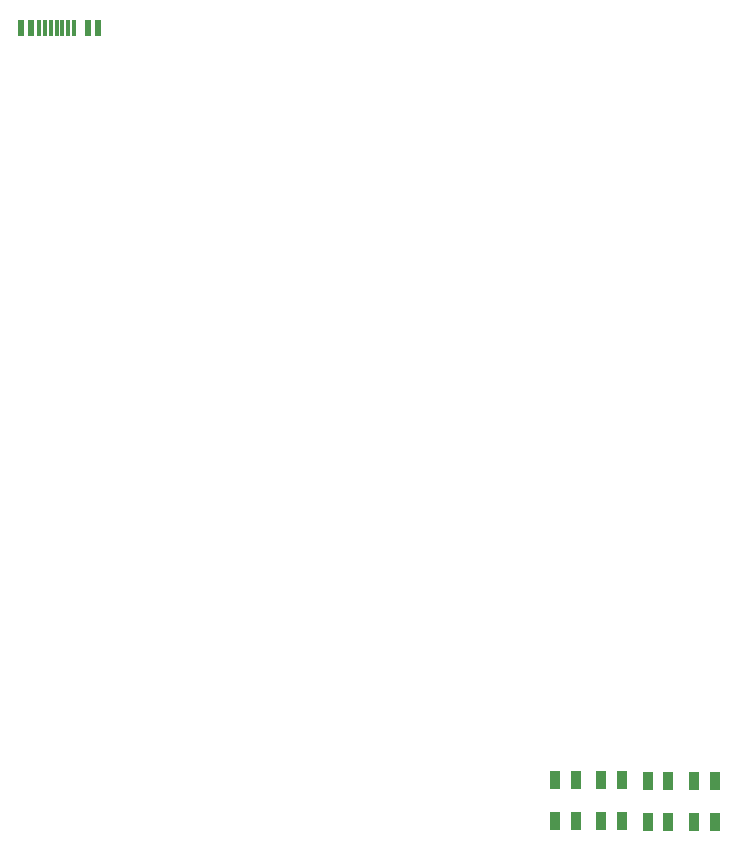
<source format=gbr>
%TF.GenerationSoftware,KiCad,Pcbnew,8.99.0-2209-g89a3b7baa5*%
%TF.CreationDate,2024-09-04T15:50:09+07:00*%
%TF.ProjectId,merisi_ob,6d657269-7369-45f6-9f62-2e6b69636164,rev?*%
%TF.SameCoordinates,Original*%
%TF.FileFunction,Paste,Top*%
%TF.FilePolarity,Positive*%
%FSLAX46Y46*%
G04 Gerber Fmt 4.6, Leading zero omitted, Abs format (unit mm)*
G04 Created by KiCad (PCBNEW 8.99.0-2209-g89a3b7baa5) date 2024-09-04 15:50:09*
%MOMM*%
%LPD*%
G01*
G04 APERTURE LIST*
%ADD10R,0.600000X1.450000*%
%ADD11R,0.300000X1.450000*%
%ADD12R,0.850000X1.600000*%
G04 APERTURE END LIST*
D10*
%TO.C,J3*%
X506250000Y476555000D03*
X505450000Y476555000D03*
D11*
X504250000Y476555000D03*
X503250000Y476555000D03*
X502750000Y476555000D03*
X501750000Y476555000D03*
D10*
X500550000Y476555000D03*
X499750000Y476555000D03*
X499750000Y476555000D03*
X500550000Y476555000D03*
D11*
X501250000Y476555000D03*
X502250000Y476555000D03*
X503750000Y476555000D03*
D10*
X505450000Y476555000D03*
X506250000Y476555000D03*
%TD*%
D12*
%TO.C,DRGB3*%
X558465000Y412850000D03*
X556715000Y412850000D03*
X556715000Y409350000D03*
X558465000Y409350000D03*
%TD*%
%TO.C,DRGB1*%
X550625000Y412920000D03*
X548875000Y412920000D03*
X548875000Y409420000D03*
X550625000Y409420000D03*
%TD*%
%TO.C,DRGB2*%
X552805000Y409360000D03*
X554555000Y409360000D03*
X554555000Y412860000D03*
X552805000Y412860000D03*
%TD*%
%TO.C,DRGB4*%
X544985000Y409420000D03*
X546735000Y409420000D03*
X546735000Y412920000D03*
X544985000Y412920000D03*
%TD*%
M02*

</source>
